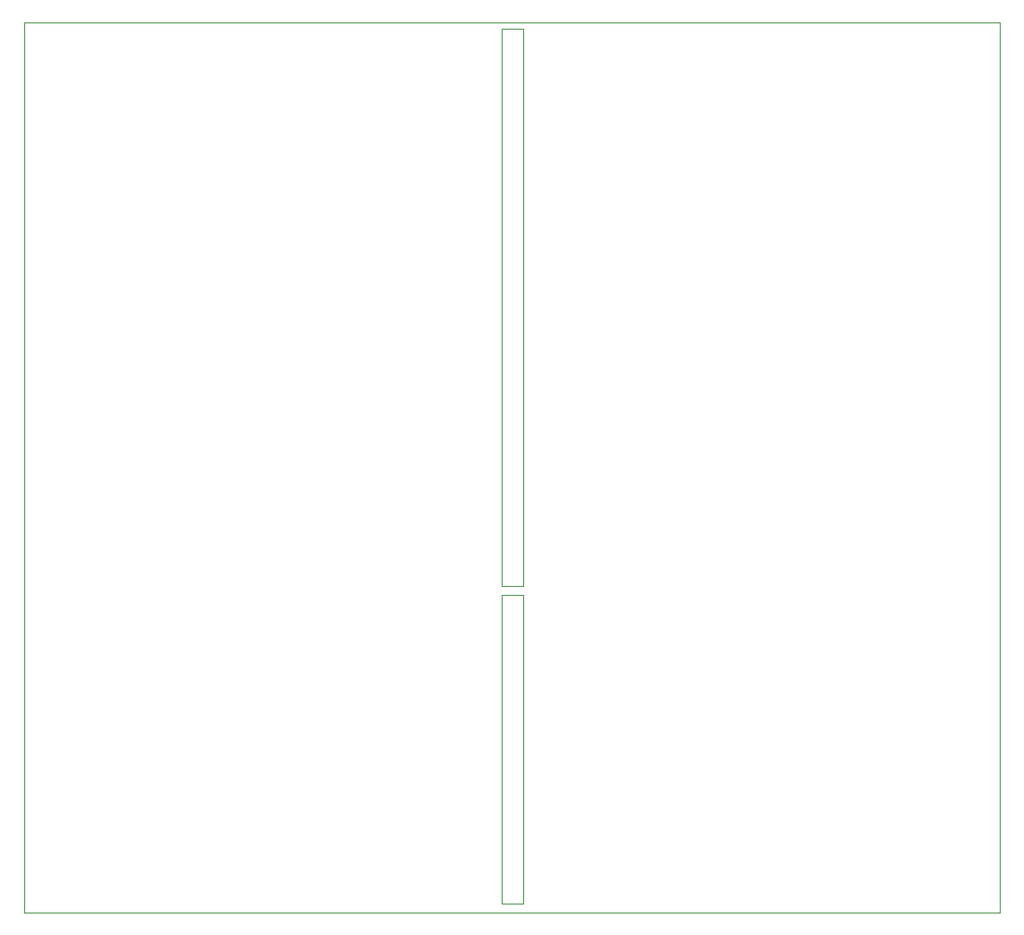
<source format=gbr>
G04 #@! TF.GenerationSoftware,KiCad,Pcbnew,(5.1.4)-1*
G04 #@! TF.CreationDate,2019-12-08T02:00:36+08:00*
G04 #@! TF.ProjectId,STM32F407VTE6-SOCKET_1x2,53544d33-3246-4343-9037-565445362d53,rev?*
G04 #@! TF.SameCoordinates,Original*
G04 #@! TF.FileFunction,Profile,NP*
%FSLAX46Y46*%
G04 Gerber Fmt 4.6, Leading zero omitted, Abs format (unit mm)*
G04 Created by KiCad (PCBNEW (5.1.4)-1) date 2019-12-08 02:00:36*
%MOMM*%
%LPD*%
G04 APERTURE LIST*
%ADD10C,0.050000*%
G04 APERTURE END LIST*
D10*
X147000000Y-96600000D02*
X147000000Y-149200000D01*
X145000000Y-149200000D02*
X145000000Y-96600000D01*
X145000000Y-96600000D02*
X147000000Y-96600000D01*
X145000000Y-149200000D02*
X147000000Y-149200000D01*
X145000000Y-179200000D02*
X147000000Y-179200000D01*
X145000000Y-150000000D02*
X147000000Y-150000000D01*
X145000000Y-180000000D02*
X147000000Y-180000000D01*
X145000000Y-96000000D02*
X147000000Y-96000000D01*
X147000000Y-180000000D02*
X192000000Y-180000000D01*
X147000000Y-150000000D02*
X147000000Y-179200000D01*
X192000000Y-96000000D02*
X147000000Y-96000000D01*
X192000000Y-180000000D02*
X192000000Y-96000000D01*
X100000000Y-180000000D02*
X145000000Y-180000000D01*
X145000000Y-96000000D02*
X100000000Y-96000000D01*
X145000000Y-179200000D02*
X145000000Y-150000000D01*
X100000000Y-96000000D02*
X100000000Y-180000000D01*
M02*

</source>
